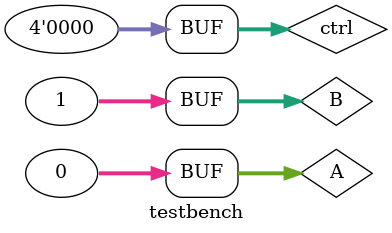
<source format=v>
module testbench;
    
    reg [0:31] A, B;
    reg [0:3] ctrl;
    wire [0:31] ALUout;
    wire zero;

    
    alu ALU(A, B, ctrl, ALUout, zero);
    
    initial begin
        $monitor("A=%h B=%h ctrl=%h ALUout=%h ", A,B,ctrl,ALUout);
        
        #0 A=32'h00000000; B=32'h00000001; ctrl=32'b0000; 
        #1 A=32'h00000000; B=32'h00000001; ctrl=32'b0001;
        #1 A=32'h00000000; B=32'h00000001; ctrl=32'b0000;
        #1 A=32'h00000000; B=32'h00000001; ctrl=32'b0000;
        #1 A=32'h00000000; B=32'h00000001; ctrl=32'b0000;

    end
endmodule

</source>
